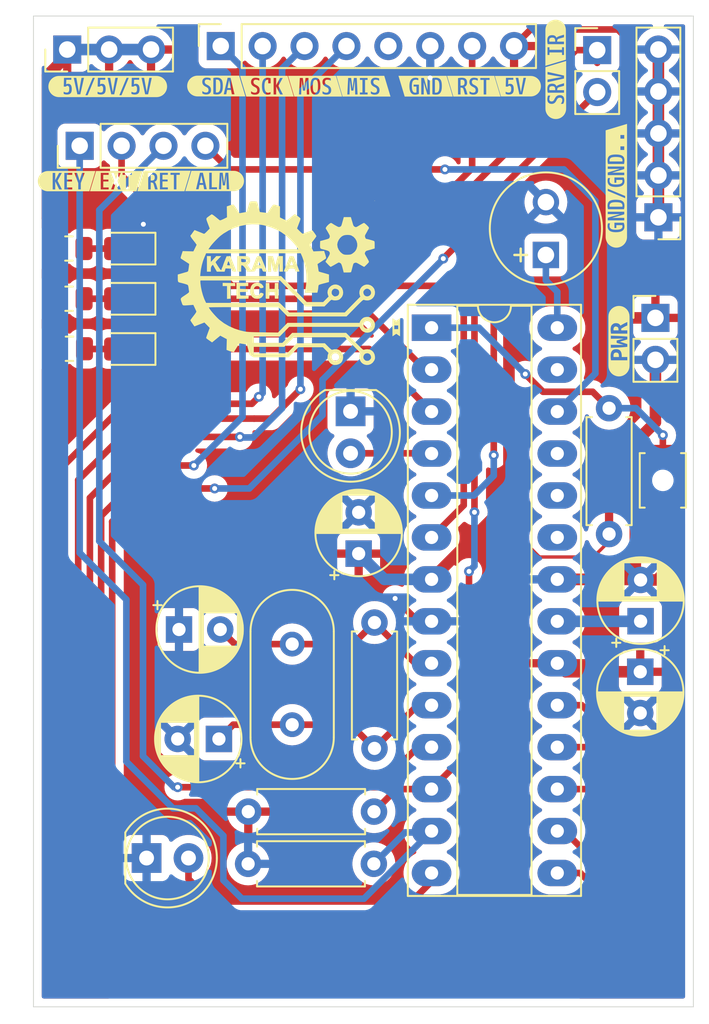
<source format=kicad_pcb>
(kicad_pcb (version 20240108) (generator "pcbnew") (generator_version "8.0")
  (layers (0 "F.Cu" signal) (31 "B.Cu" signal) (34 "B.Paste" user) (35 "F.Paste" user) (36 "B.SilkS" user "B.Silkscreen") (37 "F.SilkS" user "F.Silkscreen") (38 "B.Mask" user) (39 "F.Mask" user) (44 "Edge.Cuts" user))
  (net 0 "")
  (net 1 "KEY_PIN")
  (net 2 "Red_LED")
  (net 3 "RFID_MISO")
  (net 4 "/AREF")
  (net 5 "Net-(U1-XTAL1{slash}PB6)")
  (net 6 "LCK_EXTENDED")
  (net 7 "Net-(U1-XTAL2{slash}PB7)")
  (net 8 "BUZZER_PIN")
  (net 9 "IR_SENSOR")
  (net 10 "RFID_RST")
  (net 11 "/D1")
  (net 12 "5V")
  (net 13 "Net-(D3-A)")
  (net 14 "RFID_SCK")
  (net 15 "RFID_SDA(SS)")
  (net 16 "Green_LED")
  (net 17 "RFID_MOSI")
  (net 18 "EXT_ALARM")
  (net 19 "LCK_RETRACTED")
  (net 20 "Net-(D4-A)")
  (net 21 "SERVO_PIN")
  (net 22 "/D0")
  (net 23 "GND")
  (net 24 "Net-(D5-A)")
  (net 25 "/DTR")
  (net 26 "/A1")
  (net 28 "/A0")
  (net 29 "/A4")
  (net 30 "/A2")
  (footprint "kibuzzard-674B20BC" (layer "F.Cu") (at 165.06 53.96)
    (property "Reference" "kibuzzard-674B20BC" (hide yes))
    (property "Value" "G***" (hide yes))
  )
  (footprint "Resistor_SMD:R_0805_2012Metric" (layer "F.Cu") (at 162.22 64.11 180)
    (property "Reference" "R5" (hide yes))
    (property "Value" "1k")
    (pad "1" smd roundrect (at -0.9125 0 180) (size 1.025 1.4) (layers "F.Cu" "F.Paste" "F.Mask") (roundrect_rratio 0.243902) (net 13 "Net-(D3-A)"))
    (pad "2" smd roundrect (at 0.9125 0 180) (size 1.025 1.4) (layers "F.Cu" "F.Paste" "F.Mask") (roundrect_rratio 0.243902) (net 12 "5V"))
  )
  (footprint "Capacitor_THT:CP_Radial_D5.0mm_P2.50mm" (layer "F.Cu") (at 171.28 87.74 180)
    (property "Reference" "C4" (hide yes))
    (property "Value" "22pF")
    (pad "1" thru_hole rect (at 0 0 180) (size 1.6 1.6) (drill 0.8) (layers "*.Cu" "*.Mask") (net 7 "Net-(U1-XTAL2{slash}PB7)"))
    (pad "2" thru_hole circle (at 2.5 0 180) (size 1.6 1.6) (drill 0.8) (layers "*.Cu" "*.Mask") (net 23 "GND"))
  )
  (footprint "LOGO" (layer "F.Cu") (at 174.73 60.12)
    (property "Reference" "G***" (hide yes))
    (property "Value" "LOGO" (hide yes))
  )
  (footprint "LED_SMD:LED_0805_2012Metric" (layer "F.Cu") (at 165.7475 58.045 180)
    (property "Reference" "D5" (hide yes))
    (property "Value" "LED")
    (pad "1" smd roundrect (at -0.9375 0 180) (size 0.975 1.4) (layers "F.Cu" "F.Paste" "F.Mask") (net 23 "GND"))
    (pad "2" smd roundrect (at 0.9375 0 180) (size 0.975 1.4) (layers "F.Cu" "F.Paste" "F.Mask") (net 24 "Net-(D5-A)"))
  )
  (footprint "Capacitor_THT:CP_Radial_D5.0mm_P2.50mm" (layer "F.Cu") (at 168.86 81.11)
    (property "Reference" "C3" (hide yes))
    (property "Value" "22pF")
    (pad "1" thru_hole rect (at 0 0) (size 1.6 1.6) (drill 0.8) (layers "*.Cu" "*.Mask") (net 23 "GND"))
    (pad "2" thru_hole circle (at 2.5 0) (size 1.6 1.6) (drill 0.8) (layers "*.Cu" "*.Mask") (net 5 "Net-(U1-XTAL1{slash}PB6)"))
  )
  (footprint "LED_SMD:LED_0805_2012Metric" (layer "F.Cu") (at 165.7475 64.125 180)
    (property "Reference" "D3" (hide yes))
    (property "Value" "LED")
    (pad "1" smd roundrect (at -0.9375 0 180) (size 0.975 1.4) (layers "F.Cu" "F.Paste" "F.Mask") (net 11 "/D1"))
    (pad "2" smd roundrect (at 0.9375 0 180) (size 0.975 1.4) (layers "F.Cu" "F.Paste" "F.Mask") (net 13 "Net-(D3-A)"))
  )
  (footprint "LED_THT:LED_D5.0mm_Clear" (layer "F.Cu") (at 166.895 94.95)
    (property "Reference" "D1" (hide yes))
    (property "Value" "LED_G")
    (pad "1" thru_hole rect (at 0 0) (size 1.8 1.8) (drill 0.9) (layers "*.Cu" "*.Mask") (net 23 "GND"))
    (pad "2" thru_hole circle (at 2.54 0) (size 1.8 1.8) (drill 0.9) (layers "*.Cu" "*.Mask") (net 16 "Green_LED"))
  )
  (footprint "Connector_PinHeader_2.54mm:PinHeader_1x03_P2.54mm_Vertical" (layer "F.Cu") (at 162.085 45.99 90)
    (property "Reference" "J6" (hide yes))
    (property "Value" "5V")
    (pad "1" thru_hole rect (at 0 0 90) (size 1.7 1.7) (drill 1) (layers "*.Cu" "*.Mask") (net 12 "5V"))
    (pad "2" thru_hole oval (at 0 2.54 90) (size 1.7 1.7) (drill 1) (layers "*.Cu" "*.Mask") (net 12 "5V"))
    (pad "3" thru_hole oval (at 0 5.08 90) (size 1.7 1.7) (drill 1) (layers "*.Cu" "*.Mask") (net 12 "5V"))
  )
  (footprint "kibuzzard-674B218C" (layer "F.Cu") (at 191.7 48.44 90)
    (property "Reference" "kibuzzard-674B218C" (hide yes))
    (property "Value" "G***" (hide yes))
  )
  (footprint "Capacitor_THT:CP_Radial_D5.0mm_P2.50mm" (layer "F.Cu") (at 179.75 76.515112 90)
    (property "Reference" "C5" (hide yes))
    (property "Value" "100nF")
    (pad "1" thru_hole rect (at 0 0 90) (size 1.6 1.6) (drill 0.8) (layers "*.Cu" "*.Mask") (net 12 "5V"))
    (pad "2" thru_hole circle (at 2.5 0 90) (size 1.6 1.6) (drill 0.8) (layers "*.Cu" "*.Mask") (net 23 "GND"))
  )
  (footprint "kibuzzard-674B2007" (layer "F.Cu") (at 195.53 63.65 90)
    (property "Reference" "kibuzzard-674B2007" (hide yes))
    (property "Value" "G***" (hide yes))
  )
  (footprint "kibuzzard-674B2203" (layer "F.Cu") (at 191.69 45.58 90)
    (property "Reference" "kibuzzard-674B2203" (hide yes))
    (property "Value" "G***" (hide yes))
  )
  (footprint "kibuzzard-674B266F" (layer "F.Cu") (at 171.02 53.95)
    (property "Reference" "kibuzzard-674B266F" (hide yes))
    (property "Value" "G***" (hide yes))
  )
  (footprint "kibuzzard-674B2CD4" (layer "F.Cu") (at 195.37 54.24 90)
    (property "Reference" "kibuzzard-674B2CD4" (hide yes))
    (property "Value" "G***" (hide yes))
  )
  (footprint "Crystal:Crystal_HC49-4H_Vertical" (layer "F.Cu") (at 175.72 81.995 -90)
    (property "Reference" "Y1" (hide yes))
    (property "Value" "16 Mhz")
    (pad "1" thru_hole circle (at 0 0 270) (size 1.5 1.5) (drill 0.8) (layers "*.Cu" "*.Mask") (net 5 "Net-(U1-XTAL1{slash}PB6)"))
    (pad "2" thru_hole circle (at 4.88 0 270) (size 1.5 1.5) (drill 0.8) (layers "*.Cu" "*.Mask") (net 7 "Net-(U1-XTAL2{slash}PB7)"))
  )
  (footprint "Connector_PinHeader_2.54mm:PinHeader_1x05_P2.54mm_Vertical" (layer "F.Cu") (at 197.92 56.15 180)
    (property "Reference" "J5" (hide yes))
    (property "Value" "GND")
    (pad "1" thru_hole rect (at 0 0 180) (size 1.7 1.7) (drill 1) (layers "*.Cu" "*.Mask") (net 23 "GND"))
    (pad "2" thru_hole oval (at 0 2.54 180) (size 1.7 1.7) (drill 1) (layers "*.Cu" "*.Mask") (net 23 "GND"))
    (pad "3" thru_hole oval (at 0 5.08 180) (size 1.7 1.7) (drill 1) (layers "*.Cu" "*.Mask") (net 23 "GND"))
    (pad "4" thru_hole oval (at 0 7.62 180) (size 1.7 1.7) (drill 1) (layers "*.Cu" "*.Mask") (net 23 "GND"))
    (pad "5" thru_hole oval (at 0 10.16 180) (size 1.7 1.7) (drill 1) (layers "*.Cu" "*.Mask") (net 23 "GND"))
  )
  (footprint "Connector_PinHeader_2.54mm:PinHeader_1x02_P2.54mm_Vertical" (layer "F.Cu") (at 194.21 46.025)
    (property "Reference" "J3" (hide yes))
    (property "Value" "IR_SENSOR n SERVO")
    (pad "1" thru_hole rect (at 0 0) (size 1.7 1.7) (drill 1) (layers "*.Cu" "*.Mask") (net 9 "IR_SENSOR"))
    (pad "2" thru_hole oval (at 0 2.54) (size 1.7 1.7) (drill 1) (layers "*.Cu" "*.Mask") (net 21 "SERVO_PIN"))
  )
  (footprint "Connector_PinHeader_2.54mm:PinHeader_1x04_P2.54mm_Vertical" (layer "F.Cu") (at 162.84 51.82 90)
    (property "Reference" "J2" (hide yes))
    (property "Value" "Connections")
    (pad "1" thru_hole rect (at 0 0 90) (size 1.7 1.7) (drill 1) (layers "*.Cu" "*.Mask") (net 1 "KEY_PIN"))
    (pad "2" thru_hole oval (at 0 2.54 90) (size 1.7 1.7) (drill 1) (layers "*.Cu" "*.Mask") (net 6 "LCK_EXTENDED"))
    (pad "3" thru_hole oval (at 0 5.08 90) (size 1.7 1.7) (drill 1) (layers "*.Cu" "*.Mask") (net 19 "LCK_RETRACTED"))
    (pad "4" thru_hole oval (at 0 7.62 90) (size 1.7 1.7) (drill 1) (layers "*.Cu" "*.Mask") (net 18 "EXT_ALARM"))
  )
  (footprint "kibuzzard-674B41C3" (layer "F.Cu") (at 182.03 62.81 90)
    (property "Reference" "kibuzzard-674B41C3" (hide yes))
    (property "Value" "G***" (hide yes))
  )
  (footprint "kibuzzard-674B2F0D" (layer "F.Cu") (at 183.81 48.21)
    (property "Reference" "kibuzzard-674B2F0D" (hide yes))
    (property "Value" "G***" (hide yes))
  )
  (footprint "Resistor_SMD:R_0805_2012Metric" (layer "F.Cu") (at 162.1875 58.04)
    (property "Reference" "R7" (hide yes))
    (property "Value" "1k")
    (pad "1" smd roundrect (at -0.9125 0) (size 1.025 1.4) (layers "F.Cu" "F.Paste" "F.Mask") (roundrect_rratio 0.243902) (net 12 "5V"))
    (pad "2" smd roundrect (at 0.9125 0) (size 1.025 1.4) (layers "F.Cu" "F.Paste" "F.Mask") (roundrect_rratio 0.243902) (net 24 "Net-(D5-A)"))
  )
  (footprint "kibuzzard-674B2F1D" (layer "F.Cu") (at 186.73 48.21)
    (property "Reference" "kibuzzard-674B2F1D" (hide yes))
    (property "Value" "G***" (hide yes))
  )
  (footprint "Resistor_THT:R_Axial_DIN0207_L6.3mm_D2.5mm_P7.62mm_Horizontal" (layer "F.Cu") (at 180.67 95.3 180)
    (property "Reference" "R2" (hide yes))
    (property "Value" "10K")
    (pad "1" thru_hole circle (at 0 0 180) (size 1.6 1.6) (drill 0.8) (layers "*.Cu" "*.Mask") (net 1 "KEY_PIN"))
    (pad "2" thru_hole oval (at 7.62 0 180) (size 1.6 1.6) (drill 0.8) (layers "*.Cu" "*.Mask") (net 23 "GND"))
  )
  (footprint "kibuzzard-674B20CA" (layer "F.Cu") (at 167.95 53.95)
    (property "Reference" "kibuzzard-674B20CA" (hide yes))
    (property "Value" "G***" (hide yes))
  )
  (footprint "kibuzzard-674B2E7C" (layer "F.Cu") (at 171.12 48.2)
    (property "Reference" "kibuzzard-674B2E7C" (hide yes))
    (property "Value" "G***" (hide yes))
  )
  (footprint "Resistor_THT:R_Axial_DIN0207_L6.3mm_D2.5mm_P7.62mm_Horizontal" (layer "F.Cu") (at 180.68 92.14 180)
    (property "Reference" "R1" (hide yes))
    (property "Value" "10K")
    (pad "1" thru_hole circle (at 0 0 180) (size 1.6 1.6) (drill 0.8) (layers "*.Cu" "*.Mask") (net 9 "IR_SENSOR"))
    (pad "2" thru_hole oval (at 7.62 0 180) (size 1.6 1.6) (drill 0.8) (layers "*.Cu" "*.Mask") (net 12 "5V"))
  )
  (footprint "kibuzzard-674B267A" (layer "F.Cu") (at 162.05 53.96)
    (property "Reference" "kibuzzard-674B267A" (hide yes))
    (property "Value" "G***" (hide yes))
  )
  (footprint "Buzzer_Beeper:MagneticBuzzer_Kingstate_KCG0601" (layer "F.Cu") (at 191.1 58.43 90)
    (property "Reference" "BZ1" (hide yes))
    (property "Value" "Buzzer")
    (fp_text user "+" (at 0 -1.6 90) (layer "F.SilkS"))
    (pad "1" thru_hole rect (at 0 0 90) (size 1.6 1.6) (drill 1) (layers "*.Cu" "*.Mask") (net 8 "BUZZER_PIN"))
    (pad "2" thru_hole circle (at 3.2 0 90) (size 1.6 1.6) (drill 1) (layers "*.Cu" "*.Mask") (net 23 "GND"))
  )
  (footprint "Resistor_THT:R_Axial_DIN0207_L6.3mm_D2.5mm_P7.62mm_Horizontal" (layer "F.Cu") (at 180.71 80.69 -90)
    (property "Reference" "R3" (hide yes))
    (property "Value" "1M")
    (pad "1" thru_hole circle (at 0 0 270) (size 1.6 1.6) (drill 0.8) (layers "*.Cu" "*.Mask") (net 5 "Net-(U1-XTAL1{slash}PB6)"))
    (pad "2" thru_hole oval (at 7.62 0 270) (size 1.6 1.6) (drill 0.8) (layers "*.Cu" "*.Mask") (net 7 "Net-(U1-XTAL2{slash}PB7)"))
  )
  (footprint "Capacitor_THT:CP_Radial_D5.0mm_P2.50mm" (layer "F.Cu") (at 196.84 80.61 90)
    (property "Reference" "C1" (hide yes))
    (property "Value" "100nF")
    (pad "1" thru_hole rect (at 0 0 90) (size 1.6 1.6) (drill 0.8) (layers "*.Cu" "*.Mask") (net 4 "/AREF"))
    (pad "2" thru_hole circle (at 2.5 0 90) (size 1.6 1.6) (drill 0.8) (layers "*.Cu" "*.Mask") (net 23 "GND"))
  )
  (footprint "kibuzzard-674B2EE4" (layer "F.Cu") (at 177.11 48.21)
    (property "Reference" "kibuzzard-674B2EE4" (hide yes))
    (property "Value" "G***" (hide yes))
  )
  (footprint "LED_SMD:LED_0805_2012Metric" (layer "F.Cu") (at 165.7475 61.085 180)
    (property "Reference" "D4" (hide yes))
    (property "Value" "LED")
    (pad "1" smd roundrect (at -0.9375 0 180) (size 0.975 1.4) (layers "F.Cu" "F.Paste" "F.Mask") (net 22 "/D0"))
    (pad "2" smd roundrect (at 0.9375 0 180) (size 0.975 1.4) (layers "F.Cu" "F.Paste" "F.Mask") (net 20 "Net-(D4-A)"))
  )
  (footprint "Package_DIP:DIP-28_W7.62mm_Socket_LongPads" (layer "F.Cu") (at 184.17 62.835)
    (property "Reference" "U1" (hide yes))
    (property "Value" "ATmega328P-PU")
    (pad "1" thru_hole rect (at 0 0) (size 2.4 1.6) (drill 0.8) (layers "*.Cu" "*.Mask") (net 25 "/DTR"))
    (pad "2" thru_hole oval (at 0 2.54) (size 2.4 1.6) (drill 0.8) (layers "*.Cu" "*.Mask") (net 22 "/D0"))
    (pad "3" thru_hole oval (at 0 5.08) (size 2.4 1.6) (drill 0.8) (layers "*.Cu" "*.Mask") (net 11 "/D1"))
    (pad "4" thru_hole oval (at 0 7.62) (size 2.4 1.6) (drill 0.8) (layers "*.Cu" "*.Mask") (net 2 "Red_LED"))
    (pad "5" thru_hole oval (at 0 10.16) (size 2.4 1.6) (drill 0.8) (layers "*.Cu" "*.Mask") (net 21 "SERVO_PIN"))
    (pad "6" thru_hole oval (at 0 12.7) (size 2.4 1.6) (drill 0.8) (layers "*.Cu" "*.Mask") (net 6 "LCK_EXTENDED"))
    (pad "7" thru_hole oval (at 0 15.24) (size 2.4 1.6) (drill 0.8) (layers "*.Cu" "*.Mask") (net 12 "5V"))
    (pad "8" thru_hole oval (at 0 17.78) (size 2.4 1.6) (drill 0.8) (layers "*.Cu" "*.Mask") (net 23 "GND"))
    (pad "9" thru_hole oval (at 0 20.32) (size 2.4 1.6) (drill 0.8) (layers "*.Cu" "*.Mask") (net 5 "Net-(U1-XTAL1{slash}PB6)"))
    (pad "10" thru_hole oval (at 0 22.86) (size 2.4 1.6) (drill 0.8) (layers "*.Cu" "*.Mask") (net 7 "Net-(U1-XTAL2{slash}PB7)"))
    (pad "11" thru_hole oval (at 0 25.4) (size 2.4 1.6) (drill 0.8) (layers "*.Cu" "*.Mask") (net 19 "LCK_RETRACTED"))
    (pad "12" thru_hole oval (at 0 27.94) (size 2.4 1.6) (drill 0.8) (layers "*.Cu" "*.Mask") (net 9 "IR_SENSOR"))
    (pad "13" thru_hole oval (at 0 30.48) (size 2.4 1.6) (drill 0.8) (layers "*.Cu" "*.Mask") (net 1 "KEY_PIN"))
    (pad "14" thru_hole oval (at 0 33.02) (size 2.4 1.6) (drill 0.8) (layers "*.Cu" "*.Mask") (net 16 "Green_LED"))
    (pad "15" thru_hole oval (at 7.62 33.02) (size 2.4 1.6) (drill 0.8) (layers "*.Cu" "*.Mask") (net 10 "RFID_RST"))
    (pad "16" thru_hole oval (at 7.62 30.48) (size 2.4 1.6) (drill 0.8) (layers "*.Cu" "*.Mask") (net 15 "RFID_SDA(SS)"))
    (pad "17" thru_hole oval (at 7.62 27.94) (size 2.4 1.6) (drill 0.8) (layers "*.Cu" "*.Mask") (net 17 "RFID_MOSI"))
    (pad "18" thru_hole oval (at 7.62 25.4) (size 2.4 1.6) (drill 0.8) (layers "*.Cu" "*.Mask") (net 3 "RFID_MISO"))
    (pad "19" thru_hole oval (at 7.62 22.86) (size 2.4 1.6) (drill 0.8) (layers "*.Cu" "*.Mask") (net 14 "RFID_SCK"))
    (pad "20" thru_hole oval (at 7.62 20.32) (size 2.4 1.6) (drill 0.8) (layers "*.Cu" "*.Mask") (net 12 "5V"))
    (pad "21" thru_hole oval (at 7.62 17.78) (size 2.4 1.6) (drill 0.8) (layers "*.Cu" "*.Mask") (net 4 "/AREF"))
    (pad "22" thru_hole oval (at 7.62 15.24) (size 2.4 1.6) (drill 0.8) (layers "*.Cu" "*.Mask") (net 23 "GND"))
    (pad "23" thru_hole oval (at 7.62 12.7) (size 2.4 1.6) (drill 0.8) (layers "*.Cu" "*.Mask") (net 28 "/A0"))
    (pad "24" thru_hole oval (at 7.62 10.16) (size 2.4 1.6) (drill 0.8) (layers "*.Cu" "*.Mask") (net 26 "/A1"))
    (pad "25" thru_hole oval (at 7.62 7.62) (size 2.4 1.6) (drill 0.8) (layers "*.Cu" "*.Mask") (net 30 "/A2"))
    (pad "26" thru_hole oval (at 7.62 5.08) (size 2.4 1.6) (drill 0.8) (layers "*.Cu" "*.Mask") (net 18 "EXT_ALARM"))
    (pad "27" thru_hole oval (at 7.62 2.54) (size 2.4 1.6) (drill 0.8) (layers "*.Cu" "*.Mask") (net 29 "/A4"))
    (pad "28" thru_hole oval (at 7.62 0) (size 2.4 1.6) (drill 0.8) (layers "*.Cu" "*.Mask") (net 8 "BUZZER_PIN"))
  )
  (footprint "LED_THT:LED_D5.0mm" (layer "F.Cu") (at 179.26 67.9 -90)
    (property "Reference" "D2" (hide yes))
    (property "Value" "LED_R")
    (pad "1" thru_hole rect (at 0 0 270) (size 1.8 1.8) (drill 0.9) (layers "*.Cu" "*.Mask") (net 23 "GND"))
    (pad "2" thru_hole circle (at 2.54 0 270) (size 1.8 1.8) (drill 0.9) (layers "*.Cu" "*.Mask") (net 2 "Red_LED"))
  )
  (footprint "Resistor_SMD:R_0805_2012Metric" (layer "F.Cu") (at 162.1975 61.08)
    (property "Reference" "R6" (hide yes))
    (property "Value" "1k")
    (pad "1" smd roundrect (at -0.9125 0) (size 1.025 1.4) (layers "F.Cu" "F.Paste" "F.Mask") (roundrect_rratio 0.243902) (net 12 "5V"))
    (pad "2" smd roundrect (at 0.9125 0) (size 1.025 1.4) (layers "F.Cu" "F.Paste" "F.Mask") (roundrect_rratio 0.243902) (net 20 "Net-(D4-A)"))
  )
  (footprint "Connector_PinSocket_2.54mm:PinSocket_1x08_P2.54mm_Vertical" (layer "F.Cu") (at 171.39 45.78 90)
    (property "Reference" "J1" (hide yes))
    (property "Value" "RFID_Conn")
    (pad "1" thru_hole rect (at 0 0 90) (size 1.7 1.7) (drill 1) (layers "*.Cu" "*.Mask") (net 15 "RFID_SDA(SS)"))
    (pad "2" thru_hole oval (at 0 2.54 90) (size 1.7 1.7) (drill 1) (layers "*.Cu" "*.Mask") (net 14 "RFID_SCK"))
    (pad "3" thru_hole oval (at 0 5.08 90) (size 1.7 1.7) (drill 1) (layers "*.Cu" "*.Mask") (net 17 "RFID_MOSI"))
    (pad "4" thru_hole oval (at 0 7.62 90) (size 1.7 1.7) (drill 1) (layers "*.Cu" "*.Mask") (net 3 "RFID_MISO"))
    (pad "5" thru_hole oval (at 0 10.16 90) (size 1.7 1.7) (drill 1) (layers "*.Cu" "*.Mask"))
    (pad "6" thru_hole oval (at 0 12.7 90) (size 1.7 1.7) (drill 1) (layers "*.Cu" "*.Mask") (net 23 "GND"))
    (pad "7" thru_hole oval (at 0 15.24 90) (size 1.7 1.7) (drill 1) (layers "*.Cu" "*.Mask") (net 10 "RFID_RST"))
    (pad "8" thru_hole oval (at 0 17.78 90) (size 1.7 1.7) (drill 1) (layers "*.Cu" "*.Mask") (net 12 "5V"))
  )
  (footprint "kibuzzard-674B2E9A" (layer "F.Cu") (at 174.19 48.21)
    (property "Reference" "kibuzzard-674B2E9A" (hide yes))
    (property "Value" "G***" (hide yes))
  )
  (footprint "kibuzzard-674B2C7F" (layer "F.Cu") (at 164.54 48.23)
    (property "Reference" "kibuzzard-674B2C7F" (hide yes))
    (property "Value" "G***" (hide yes))
  )
  (footprint "Resistor_THT:R_Axial_DIN0207_L6.3mm_D2.5mm_P7.62mm_Horizontal" (layer "F.Cu") (at 194.93 67.71 -90)
    (property "Reference" "R4" (hide yes))
    (property "Value" "1K")
    (pad "1" thru_hole circle (at 0 0 270) (size 1.6 1.6) (drill 0.8) (layers "*.Cu" "*.Mask") (net 25 "/DTR"))
    (pad "2" thru_hole oval (at 7.62 0 270) (size 1.6 1.6) (drill 0.8) (layers "*.Cu" "*.Mask") (net 12 "5V"))
  )
  (footprint "Connector_PinHeader_2.54mm:PinHeader_1x02_P2.54mm_Vertical" (layer "F.Cu") (at 197.74 62.24)
    (property "Reference" "J7" (hide yes))
    (property "Value" "PWR")
    (pad "1" thru_hole rect (at 0 0) (size 1.7 1.7) (drill 1) (layers "*.Cu" "*.Mask") (net 12 "5V"))
    (pad "2" thru_hole oval (at 0 2.54) (size 1.7 1.7) (drill 1) (layers "*.Cu" "*.Mask") (net 23 "GND"))
  )
  (footprint "kibuzzard-674B2EF3" (layer "F.Cu") (at 180.04 48.21)
    (property "Reference" "kibuzzard-674B2EF3" (hide yes))
    (property "Value" "G***" (hide yes))
  )
  (footprint "Button_Switch_SMD:SW_SPST_B3U-1000P-B" (layer "F.Cu") (at 198.19 72.08 90)
    (property "Reference" "SW1" (hide yes))
    (property "Value" "SW_Push")
    (pad "" np_thru_hole circle (at 0 0 90) (size 0.8 0.8) (drill 0.8) (layers "*.Cu" "*.Mask"))
    (pad "1" smd rect (at -1.7 0 90) (size 0.9 1.7) (layers "F.Cu" "F.Paste" "F.Mask") (net 23 "GND"))
    (pad "2" smd rect (at 1.7 0 90) (size 0.9 1.7) (layers "F.Cu" "F.Paste" "F.Mask") (net 25 "/DTR"))
  )
  (footprint "Capacitor_THT:CP_Radial_D5.0mm_P2.50mm" (layer "F.Cu") (at 196.82 83.67 -90)
    (property "Reference" "C2" (hide yes))
    (property "Value" "100nF")
    (pad "1" thru_hole rect (at 0 0 270) (size 1.6 1.6) (drill 0.8) (layers "*.Cu" "*.Mask") (net 12 "5V"))
    (pad "2" thru_hole circle (at 2.5 0 270) (size 1.6 1.6) (drill 0.8) (layers "*.Cu" "*.Mask") (net 23 "GND"))
  )
  (footprint "kibuzzard-674B2F69" (layer "F.Cu") (at 189.4 48.21)
    (property "Reference" "kibuzzard-674B2F69" (hide yes))
    (property "Value" "G***" (hide yes))
  )
  (gr_line (start 160.04 43.96) (end 160.04 103.96) (stroke (width 0.05)) (layer "Edge.Cuts"))
  (gr_line (start 160.04 103.96) (end 200.04 103.96) (stroke (width 0.05)) (layer "Edge.Cuts"))
  (gr_line (start 200.04 103.96) (end 200.04 43.96) (stroke (width 0.05)) (layer "Edge.Cuts"))
  (gr_line (start 160.04 43.96) (end 200.04 43.96) (stroke (width 0.05)) (layer "Edge.Cuts"))
  (segment (start 165.67 79.3) (end 165.67 89.11) (width 0.4) (layer "B.Cu") (net 1))
  (segment (start 162.84 76.47) (end 165.67 79.3) (width 0.4) (layer "B.Cu") (net 1))
  (segment (start 171.55 96.29) (end 172.67 97.41) (width 0.4) (layer "B.Cu") (net 1))
  (segment (start 165.67 89.11) (end 168.5 91.94) (width 0.4) (layer "B.Cu") (net 1))
  (segment (start 171.55 93.6) (end 171.55 96.29) (width 0.4) (layer "B.Cu") (net 1))
  (segment (start 169.89 91.94) (end 171.55 93.6) (width 0.4) (layer "B.Cu") (net 1))
  (segment (start 172.67 97.41) (end 180.075 97.41) (width 0.4) (layer "B.Cu") (net 1))
  (segment (start 168.5 91.94) (end 169.89 91.94) (width 0.4) (layer "B.Cu") (net 1))
  (segment (start 182.56 93.4) (end 184.085 93.4) (width 0.4) (layer "B.Cu") (net 1))
  (segment (start 162.84 51.82) (end 162.84 76.47) (width 0.4) (layer "B.Cu") (net 1))
  (segment (start 180.075 97.41) (end 184.17 93.315) (width 0.4) (layer "B.Cu") (net 1))
  (segment (start 180.67 95.3) (end 182.56 93.41) (width 0.4) (layer "B.Cu") (net 1))
  (segment (start 184.085 93.4) (end 184.17 93.315) (width 0.4) (layer "B.Cu") (net 1))
  (segment (start 182.56 93.41) (end 182.56 93.4) (width 0.4) (layer "B.Cu") (net 1))
  (segment (start 184.155 70.44) (end 184.17 70.455) (width 0.4) (layer "F.Cu") (net 2))
  (segment (start 179.26 70.44) (end 184.155 70.44) (width 0.4) (layer "F.Cu") (net 2))
  (segment (start 166.47 68.34) (end 173.419338 68.34) (width 0.4) (layer "F.Cu") (net 3))
  (segment (start 165.55 102) (end 162.75 99.2) (width 0.4) (layer "F.Cu") (net 3))
  (segment (start 192.19 102) (end 165.55 102) (width 0.4) (layer "F.Cu") (net 3))
  (segment (start 195.93 98.26) (end 192.19 102) (width 0.4) (layer "F.Cu") (net 3))
  (segment (start 194.605 88.235) (end 195.93 89.56) (width 0.4) (layer "F.Cu") (net 3))
  (segment (start 195.93 89.56) (end 195.93 98.26) (width 0.4) (layer "F.Cu") (net 3))
  (segment (start 191.79 88.235) (end 194.605 88.235) (width 0.4) (layer "F.Cu") (net 3))
  (segment (start 174.44 68.34) (end 176.22 66.56) (width 0.4) (layer "F.Cu") (net 3))
  (segment (start 173.419338 68.34) (end 174.44 68.34) (width 0.4) (layer "F.Cu") (net 3))
  (segment (start 162.75 72.06) (end 166.47 68.34) (width 0.4) (layer "F.Cu") (net 3))
  (segment (start 162.75 99.2) (end 162.75 72.06) (width 0.4) (layer "F.Cu") (net 3))
  (via (at 176.22 66.56) (size 0.6) (drill 0.3) (layers "F.Cu" "B.Cu") (net 3))
  (segment (start 176.22 66.56) (end 176.22 48.57) (width 0.4) (layer "B.Cu") (net 3))
  (segment (start 176.22 48.57) (end 179.01 45.78) (width 0.4) (layer "B.Cu") (net 3))
  (segment (start 196.835 80.615) (end 196.84 80.61) (width 0.7) (layer "B.Cu") (net 4))
  (segment (start 191.79 80.615) (end 196.835 80.615) (width 0.7) (layer "B.Cu") (net 4))
  (segment (start 175.72 81.995) (end 179.405 81.995) (width 0.4) (layer "F.Cu") (net 5))
  (segment (start 175.72 81.995) (end 172.245 81.995) (width 0.4) (layer "F.Cu") (net 5))
  (segment (start 184.17 83.155) (end 183.175 83.155) (width 0.4) (layer "F.Cu") (net 5))
  (segment (start 172.245 81.995) (end 171.36 81.11) (width 0.4) (layer "F.Cu") (net 5))
  (segment (start 179.405 81.995) (end 180.71 80.69) (width 0.4) (layer "F.Cu") (net 5))
  (segment (start 183.175 83.155) (end 180.71 80.69) (width 0.4) (layer "F.Cu") (net 5))
  (segment (start 172.07 60.3) (end 185.28 60.3) (width 0.4) (layer "F.Cu") (net 6))
  (segment (start 165.38 51.82) (end 165.38 53.61) (width 0.4) (layer "F.Cu") (net 6))
  (segment (start 186.12 73.585) (end 184.17 75.535) (width 0.4) (layer "F.Cu") (net 6))
  (segment (start 165.38 53.61) (end 172.07 60.3) (width 0.4) (layer "F.Cu") (net 6))
  (segment (start 186.12 61.14) (end 186.12 73.585) (width 0.4) (layer "F.Cu") (net 6))
  (segment (start 185.28 60.3) (end 186.12 61.14) (width 0.4) (layer "F.Cu") (net 6))
  (segment (start 179.275 86.875) (end 180.71 88.31) (width 0.4) (layer "F.Cu") (net 7))
  (segment (start 184.17 85.695) (end 183.325 85.695) (width 0.4) (layer "F.Cu") (net 7))
  (segment (start 172.145 86.875) (end 171.28 87.74) (width 0.4) (layer "F.Cu") (net 7))
  (segment (start 175.72 86.875) (end 172.145 86.875) (width 0.4) (layer "F.Cu") (net 7))
  (segment (start 175.72 86.875) (end 179.275 86.875) (width 0.4) (layer "F.Cu") (net 7))
  (segment (start 183.325 85.695) (end 180.71 88.31) (width 0.4) (layer "F.Cu") (net 7))
  (segment (start 191.79 60.66) (end 191.79 62.835) (width 0.4) (layer "B.Cu") (net 8))
  (segment (start 191.1 58.43) (end 191.1 59.97) (width 0.4) (layer "B.Cu") (net 8))
  (segment (start 191.1 59.97) (end 191.79 60.66) (width 0.4) (layer "B.Cu") (net 8))
  (segment (start 186.44 88.505) (end 184.17 90.775) (width 0.4) (layer "F.Cu") (net 9))
  (segment (start 194.21 46.025) (end 192.925 46.025) (width 0.4) (layer "F.Cu") (net 9))
  (segment (start 192.1 48.84) (end 186.77 54.17) (width 0.4) (layer "F.Cu") (net 9))
  (segment (start 184.17 90.775) (end 182.045 90.775) (width 0.4) (layer "F.Cu") (net 9))
  (segment (start 192.925 46.025) (end 192.1 46.85) (width 0.4) (layer "F.Cu") (net 9))
  (segment (start 182.045 90.775) (end 180.68 92.14) (width 0.4) (layer "F.Cu") (net 9))
  (segment (start 186.44 77.59) (end 186.44 88.505) (width 0.4) (layer "F.Cu") (net 9))
  (segment (start 194.21 46.797233) (end 194.21 46.025) (width 0.4) (layer "F.Cu") (net 9))
  (segment (start 186.77 54.17) (end 186.77 74.01) (width 0.4) (layer "F.Cu") (net 9))
  (segment (start 192.1 46.85) (end 192.1 48.84) (width 0.4) (layer "F.Cu") (net 9))
  (via (at 186.77 74.01) (size 0.6) (drill 0.3) (layers "F.Cu" "B.Cu") (net 9))
  (via (at 186.44 77.59) (size 0.6) (drill 0.3) (layers "F.Cu" "B.Cu") (net 9))
  (segment (start 186.77 74.01) (end 186.77 77.26) (width 0.4) (layer "B.Cu") (net 9))
  (segment (start 186.42 77.57) (end 186.44 77.59) (width 0.4) (layer "B.Cu") (net 9))
  (segment (start 186.77 77.26) (end 186.44 77.59) (width 0.4) (layer "B.Cu") (net 9))
  (segment (start 191.79 95.855) (end 193.185 95.855) (width 0.4) (layer "F.Cu") (net 10))
  (segment (start 193.79 97.31) (end 193.34 97.76) (width 0.4) (layer "F.Cu") (net 10))
  (segment (start 164.81 97.65) (end 164.81 74.58575) (width 0.4) (layer "F.Cu") (net 10))
  (segment (start 165.91 73.48) (end 166.82 72.57) (width 0.4) (layer "F.Cu") (net 10))
  (segment (start 190.32 99.94) (end 166.51 99.94) (width 0.4) (layer "F.Cu") (net 10))
  (segment (start 186.63 53.18) (end 185.75 54.06) (width 0.4) (layer "F.Cu") (net 10))
  (segment (start 191.16 99.94) (end 190.32 99.94) (width 0.4) (layer "F.Cu") (net 10))
  (segment (start 193.79 96.46) (end 193.79 97.15) (width 0.4) (layer "F.Cu") (net 10))
  (segment (start 164.81 98.24) (end 164.81 97.65) (width 0.4) (layer "F.Cu") (net 10))
  (segment (start 193.79 97.15) (end 193.79 97.31) (width 0.4) (layer "F.Cu") (net 10))
  (segment (start 186.63 45.78) (end 186.63 53.18) (width 0.4) (layer "F.Cu") (net 10))
  (segment (start 166.51 99.94) (end 165.99 99.42) (width 0.4) (layer "F.Cu") (net 10))
  (segment (start 193.75 96.42) (end 193.79 96.46) (width 0.4) (layer "F.Cu") (net 10))
  (segment (start 166.82 72.57) (end 171.02 72.57) (width 0.4) (layer "F.Cu") (net 10))
  (segment (start 185.75 54.06) (end 185.75 57.78) (width 0.4) (layer "F.Cu") (net 10))
  (segment (start 193.34 97.76) (end 191.16 99.94) (width 0.4) (layer "F.Cu") (net 10))
  (segment (start 164.81 74.58575) (end 164.81 74.58) (width 0.4) (layer "F.Cu") (net 10))
  (segment (start 193.185 95.855) (end 193.75 96.42) (width 0.4) (layer "F.Cu") (net 10))
  (segment (start 165.99 99.42) (end 164.81 98.24) (width 0.4) (layer "F.Cu") (net 10))
  (segment (start 185.75 57.78) (end 184.88 58.65) (width 0.4) (layer "F.Cu") (net 10))
  (segment (start 164.81 74.58) (end 165.91 73.48) (width 0.4) (layer "F.Cu") (net 10))
  (via (at 184.88 58.65) (size 0.6) (drill 0.3) (layers "F.Cu" "B.Cu") (net 10))
  (via (at 171.02 72.57) (size 0.6) (drill 0.3) (layers "F.Cu" "B.Cu") (net 10))
  (segment (start 184.565 58.985) (end 177.56 65.99) (width 0.4) (layer "B.Cu") (net 10))
  (segment (start 184.8 58.75) (end 184.565 58.985) (width 0.4) (layer "B.Cu") (net 10))
  (segment (start 173.118528 72.57) (end 171.02 72.57) (width 0.4) (layer "B.Cu") (net 10))
  (segment (start 177.56 68.128528) (end 173.118528 72.57) (width 0.4) (layer "B.Cu") (net 10))
  (segment (start 177.56 65.99) (end 177.56 68.128528) (width 0.4) (layer "B.Cu") (net 10))
  (segment (start 184.17 67.915) (end 180.38 64.125) (width 0.4) (layer "F.Cu") (net 11))
  (segment (start 180.38 64.125) (end 166.685 64.125) (width 0.4) (layer "F.Cu") (net 11))
  (segment (start 194.5 60.9) (end 189.88 60.9) (width 0.7) (layer "F.Cu") (net 12))
  (segment (start 188.86 73.385) (end 189.91 74.435) (width 0.2) (layer "F.Cu") (net 12))
  (segment (start 194.93 75.77) (end 194.93 75.33) (width 0.2) (layer "F.Cu") (net 12))
  (segment (start 188.86 61.92) (end 188.86 73.385) (width 0.7) (layer "F.Cu") (net 12))
  (segment (start 190.175 44.775) (end 195.46 44.775) (width 0.4) (layer "F.Cu") (net 12))
  (segment (start 161.3075 56.6275) (end 161.3075 64.11) (width 0.7) (layer "F.Cu") (net 12))
  (segment (start 189.91 74.435) (end 189.91 75.92) (width 0.2) (layer "F.Cu") (net 12))
  (segment (start 162.085 46.355) (end 160.89 47.55) (width 0.7) (layer "F.Cu") (net 12))
  (segment (start 160.89 47.55) (end 160.89 56.21) (width 0.7) (layer "F.Cu") (net 12))
  (segment (start 190.71 76.72) (end 193.98 76.72) (width 0.2) (layer "F.Cu") (net 12))
  (segment (start 195.46 44.775) (end 196.14 45.455) (width 0.4) (layer "F.Cu") (net 12))
  (segment (start 193.98 76.72) (end 194.93 75.77) (width 0.2) (layer "F.Cu") (net 12))
  (segment (start 197.74 62.24) (end 195.84 62.24) (width 0.7) (layer "F.Cu") (net 12))
  (segment (start 189.17 45.78) (end 190.175 44.775) (width 0.4) (layer "F.Cu") (net 12))
  (segment (start 196.82 83.67) (end 192.305 83.67) (width 0.7) (layer "F.Cu") (net 12))
  (segment (start 195.84 62.24) (end 194.5 60.9) (width 0.7) (layer "F.Cu") (net 12))
  (segment (start 189.91 75.92) (end 190.71 76.72) (width 0.2) (layer "F.Cu") (net 12))
  (segment (start 192.305 83.67) (end 191.79 83.155) (width 0.7) (layer "F.Cu") (net 12))
  (segment (start 162.085 45.99) (end 162.085 46.355) (width 0.7) (layer "F.Cu") (net 12))
  (segment (start 188.86 73.385) (end 184.17 78.075) (width 0.7) (layer "F.Cu") (net 12))
  (segment (start 196.14 45.455) (end 196.14 59.26) (width 0.4) (layer "F.Cu") (net 12))
  (segment (start 189.88 60.9) (end 188.86 61.92) (width 0.7) (layer "F.Cu") (net 12))
  (segment (start 196.14 59.26) (end 194.5 60.9) (width 0.4) (layer "F.Cu") (net 12))
  (segment (start 160.89 56.21) (end 161.3075 56.6275) (width 0.7) (layer "F.Cu") (net 12))
  (segment (start 162.085 45.99) (end 167.165 45.99) (width 0.7) (layer "B.Cu") (net 12))
  (segment (start 181.309888 78.075) (end 179.75 76.515112) (width 0.7) (layer "B.Cu") (net 12))
  (segment (start 184.17 78.075) (end 181.309888 78.075) (width 0.7) (layer "B.Cu") (net 12))
  (segment (start 163.1475 64.125) (end 163.1325 64.11) (width 0.4) (layer "F.Cu") (net 13))
  (segment (start 164.81 64.125) (end 163.1475 64.125) (width 0.4) (layer "F.Cu") (net 13))
  (segment (start 193.275 85.695) (end 196.8 89.22) (width 0.4) (layer "F.Cu") (net 14))
  (segment (start 173.28 67.44) (end 173.7 67.02) (width 0.4) (layer "F.Cu") (net 14))
  (segment (start 161.94 99.54) (end 161.94 71.11) (width 0.4) (layer "F.Cu") (net 14))
  (segment (start 196.8 89.22) (end 196.8 98.54) (width 0.4) (layer "F.Cu") (net 14))
  (segment (start 165.13 102.73) (end 161.94 99.54) (width 0.4) (layer "F.Cu") (net 14))
  (segment (start 191.79 85.695) (end 193.275 85.695) (width 0.4) (layer "F.Cu") (net 14))
  (segment (start 161.94 71.11) (end 165.61 67.44) (width 0.4) (layer "F.Cu") (net 14))
  (segment (start 165.61 67.44) (end 173.28 67.44) (width 0.4) (layer "F.Cu") (net 14))
  (segment (start 192.61 102.73) (end 165.13 102.73) (width 0.4) (layer "F.Cu") (net 14))
  (segment (start 196.8 98.54) (end 192.61 102.73) (width 0.4) (layer "F.Cu") (net 14))
  (via (at 173.7 67.02) (size 0.6) (drill 0.3) (layers "F.Cu" "B.Cu") (net 14))
  (segment (start 173.93 66.79) (end 173.93 45.78) (width 0.4) (layer "B.Cu") (net 14))
  (segment (start 173.7 67.02) (end 173.93 66.79) (width 0.4) (layer "B.Cu") (net 14))
  (segment (start 164.14 74.23) (end 167.19 71.18) (width 0.4) (layer "F.Cu") (net 15))
  (segment (start 194.47 95.56) (end 194.47 97.58) (width 0.4) (layer "F.Cu") (net 15))
  (segment (start 191.45 100.6) (end 166.22 100.6) (width 0.4) (layer "F.Cu") (net 15))
  (segment (start 194.47 97.58) (end 191.45 100.6) (width 0.4) (layer "F.Cu") (net 15))
  (segment (start 191.79 93.315) (end 192.225 93.315) (width 0.4) (layer "F.Cu") (net 15))
  (segment (start 166.22 100.6) (end 164.14 98.52) (width 0.4) (layer "F.Cu") (net 15))
  (segment (start 192.225 93.315) (end 194.47 95.56) (width 0.4) (layer "F.Cu") (net 15))
  (segment (start 167.19 71.18) (end 169.76 71.18) (width 0.4) (layer "F.Cu") (net 15))
  (segment (start 164.14 98.52) (end 164.14 74.23) (width 0.4) (layer "F.Cu") (net 15))
  (via (at 169.76 71.18) (size 0.6) (drill 0.3) (layers "F.Cu" "B.Cu") (net 15))
  (segment (start 169.76 71.18) (end 172.71 68.23) (width 0.4) (layer "B.Cu") (net 15))
  (segment (start 172.71 47.1) (end 171.39 45.78) (width 0.4) (layer "B.Cu") (net 15))
  (segment (start 172.71 68.23) (end 172.71 47.1) (width 0.4) (layer "B.Cu") (net 15))
  (segment (start 182.06 98.48) (end 171.7 98.48) (width 0.4) (layer "F.Cu") (net 16))
  (segment (start 184.17 96.37) (end 182.06 98.48) (width 0.4) (layer "F.Cu") (net 16))
  (segment (start 171.7 98.48) (end 169.435 96.215) (width 0.4) (layer "F.Cu") (net 16))
  (segment (start 184.17 95.855) (end 184.17 96.37) (width 0.4) (layer "F.Cu") (net 16))
  (segment (start 169.435 96.215) (end 169.435 94.95) (width 0.4) (layer "F.Cu") (net 16))
  (segment (start 191.82 101.28) (end 165.87 101.28) (width 0.4) (layer "F.Cu") (net 17))
  (segment (start 195.19 97.91) (end 191.82 101.28) (width 0.4) (layer "F.Cu") (net 17))
  (segment (start 165.87 101.28) (end 163.46 98.87) (width 0.4) (layer "F.Cu") (net 17))
  (segment (start 193.915 90.775) (end 195.22 92.08) (width 0.4) (layer "F.Cu") (net 17))
  (segment (start 163.46 98.87) (end 163.46 73.14) (width 0.4) (layer "F.Cu") (net 17))
  (segment (start 163.46 73.14) (end 167.150836 69.449164) (width 0.4) (layer "F.Cu") (net 17))
  (segment (start 191.79 90.775) (end 193.915 90.775) (width 0.4) (layer "F.Cu") (net 17))
  (segment (start 195.22 92.08) (end 195.21 92.09) (width 0.4) (layer "F.Cu") (net 17))
  (segment (start 167.150836 69.449164) (end 172.551497 69.449164) (width 0.4) (layer "F.Cu") (net 17))
  (segment (start 195.21 92.09) (end 195.21 97.91) (width 0.4) (layer "F.Cu") (net 17))
  (segment (start 195.21 97.91) (end 195.19 97.91) (width 0.4) (layer "F.Cu") (net 17))
  (via (at 172.551497 69.449164) (size 0.6) (drill 0.3) (layers "F.Cu" "B.Cu") (net 17))
  (segment (start 175.11 67.71) (end 175.11 47.14) (width 0.4) (layer "B.Cu") (net 17))
  (segment (start 172.582333 69.48) (end 173.34 69.48) (width 0.4) (layer "B.Cu") (net 17))
  (segment (start 173.34 69.48) (end 175.11 67.71) (width 0.4) (layer "B.Cu") (net 17))
  (segment (start 172.551497 69.449164) (end 172.582333 69.48) (width 0.4) (layer "B.Cu") (net 17))
  (segment (start 175.11 47.14) (end 176.47 45.78) (width 0.4) (layer "B.Cu") (net 17))
  (segment (start 171.89 53.25) (end 184.98 53.25) (width 0.4) (layer "F.Cu") (net 18))
  (segment (start 170.46 51.82) (end 171.89 53.25) (width 0.4) (layer "F.Cu") (net 18))
  (via (at 184.98 53.25) (size 0.6) (drill 0.3) (layers "F.Cu" "B.Cu") (net 18))
  (segment (start 194.1 65.605) (end 191.79 67.915) (width 0.4) (layer "B.Cu") (net 18))
  (segment (start 184.98 53.25) (end 192.19 53.25) (width 0.4) (layer "B.Cu") (net 18))
  (segment (start 194.1 55.16) (end 194.1 65.605) (width 0.4) (layer "B.Cu") (net 18))
  (segment (start 192.19 53.25) (end 194.1 55.16) (width 0.4) (layer "B.Cu") (net 18))
  (segment (start 183.51 88.461472) (end 183.736472 88.235) (width 0.4) (layer "F.Cu") (net 19))
  (segment (start 183.736472 88.235) (end 184.17 88.235) (width 0.4) (layer "F.Cu") (net 19))
  (segment (start 180.91 90.66) (end 183.1 88.47) (width 0.4) (layer "F.Cu") (net 19))
  (segment (start 168.78 90.66) (end 180.91 90.66) (width 0.4) (layer "F.Cu") (net 19))
  (segment (start 183.51 88.47) (end 183.51 88.461472) (width 0.4) (layer "F.Cu") (net 19))
  (segment (start 183.1 88.47) (end 183.51 88.47) (width 0.4) (layer "F.Cu") (net 19))
  (via (at 168.78 90.66) (size 0.6) (drill 0.3) (layers "F.Cu" "B.Cu") (net 19))
  (segment (start 168.56 90.66) (end 166.68 88.78) (width 0.4) (layer "B.Cu") (net 19))
  (segment (start 164.03 75.76) (end 164.03 55.71) (width 0.4) (layer "B.Cu") (net 19))
  (segment (start 168.78 90.66) (end 168.56 90.66) (width 0.4) (layer "B.Cu") (net 19))
  (segment (start 166.68 78.41) (end 164.03 75.76) (width 0.4) (layer "B.Cu") (net 19))
  (segment (start 166.68 88.78) (end 166.68 78.41) (width 0.4) (layer "B.Cu") (net 19))
  (segment (start 164.03 55.71) (end 167.92 51.82) (width 0.4) (layer "B.Cu") (net 19))
  (segment (start 164.805 61.08) (end 164.81 61.085) (width 0.4) (layer "F.Cu") (net 20))
  (segment (start 163.11 61.08) (end 164.805 61.08) (width 0.4) (layer "F.Cu") (net 20))
  (segment (start 187.94 70.56) (end 187.94 54.835) (width 0.4) (layer "F.Cu") (net 21))
  (segment (start 187.94 54.835) (end 194.21 48.565) (width 0.4) (layer "F.Cu") (net 21))
  (via (at 187.94 70.56) (size 0.6) (drill 0.3) (layers "F.Cu" "B.Cu") (net 21))
  (segment (start 187.94 70.56) (end 187.94 71.79) (width 0.4) (layer "B.Cu") (net 21))
  (segment (start 186.735 72.995) (end 184.17 72.995) (width 0.4) (layer "B.Cu") (net 21))
  (segment (start 187.94 71.79) (end 186.735 72.995) (width 0.4) (layer "B.Cu") (net 21))
  (segment (start 166.685 61.085) (end 179.48 61.085) (width 0.4) (layer "F.Cu") (net 22))
  (segment (start 179.48 61.085) (end 183.77 65.375) (width 0.4) (layer "F.Cu") (net 22))
  (segment (start 183.77 65.375) (end 184.17 65.375) (width 0.4) (layer "F.Cu") (net 22))
  (segment (start 196.52 76.11) (end 196.52 69.78) (width 0.7) (layer "F.Cu") (net 23))
  (segment (start 195.95 76.68) (end 196.52 76.11) (width 0.7) (layer "F.Cu") (net 23))
  (segment (start 183.345 80.615) (end 181.96 79.23) (width 0.4) (layer "F.Cu") (net 23))
  (segment (start 196.52 77.79) (end 196.84 78.11) (width 0.7) (layer "F.Cu") (net 23))
  (segment (start 184.09 45.78) (end 184.09 47.7) (width 0.4) (layer "F.Cu") (net 23))
  (segment (start 195.51 77.12) (end 195.95 76.68) (width 0.7) (layer "F.Cu") (net 23))
  (segment (start 196.52 77.065) (end 196.52 77.79) (width 0.7) (layer "F.Cu") (net 23))
  (segment (start 184.17 80.615) (end 183.345 80.615) (width 0.4) (layer "F.Cu") (net 23))
  (segment (start 195.51 78.075) (end 196.805 78.075) (width 0.7) (layer "F.Cu") (net 23))
  (segment (start 197.84 78.11) (end 196.84 78.11) (width 0.7) (layer "F.Cu") (net 23))
  (segment (start 196.52 77.065) (end 195.51 78.075) (width 0.7) (layer "F.Cu") (net 23))
  (segment (start 196.52 76.11) (end 196.52 77.065) (width 0.7) (layer "F.Cu") (net 23))
  (segment (start 191.79 78.075) (end 196.805 78.075) (width 0.7) (layer "F.Cu") (net 23))
  (segment (start 166.685 58.045) (end 166.685 56.585) (width 0.4) (layer "F.Cu") (net 23))
  (segment (start 196.52 69.78) (end 197.74 68.56) (width 0.7) (layer "F.Cu") (net 23))
  (segment (start 194.555 78.075) (end 195.95 76.68) (width 0.7) (layer "F.Cu") (net 23))
  (segment (start 195.51 78.075) (end 195.51 77.12) (width 0.7) (layer "F.Cu") (net 23))
  (segment (start 166.685 56.585) (end 166.7 56.57) (width 0.4) (layer "F.Cu") (net 23))
  (segment (start 198.19 73.78) (end 198.19 77.76) (width 0.7) (layer "F.Cu") (net 23))
  (segment (start 197.74 68.56) (end 197.74 64.78) (width 0.7) (layer "F.Cu") (net 23))
  (segment (start 198.19 77.76) (end 197.84 78.11) (width 0.7) (layer "F.Cu") (net 23))
  (segment (start 197.92 45.99) (end 197.92 56.15) (width 0.7) (layer "F.Cu") (net 23))
  (segment (start 191.79 78.075) (end 194.555 78.075) (width 0.7) (layer "F.Cu") (net 23))
  (segment (start 184.09 47.7) (end 184.08 47.71) (width 0.4) (layer "F.Cu") (net 23))
  (segment (start 196.805 78.075) (end 196.84 78.11) (width 0.7) (layer "F.Cu") (net 23))
  (via (at 166.7 56.57) (size 0.6) (drill 0.3) (layers "F.Cu" "B.Cu") (net 23))
  (via (at 184.08 47.71) (size 0.6) (drill 0.3) (layers "F.Cu" "B.Cu") (net 23))
  (via (at 181.96 79.23) (size 0.6) (drill 0.3) (layers "F.Cu" "B.Cu") (net 23))
  (segment (start 164.81 58.045) (end 163.105 58.045) (width 0.4) (layer "F.Cu") (net 24))
  (segment (start 163.105 58.045) (end 163.1 58.04) (width 0.4) (layer "F.Cu") (net 24))
  (segment (start 190.925 66.715) (end 189.85 65.64) (width 0.4) (layer "F.Cu") (net 25))
  (segment (start 194.93 67.71) (end 193.935 66.715) (width 0.4) (layer "F.Cu") (net 25))
  (segment (start 198.19 70.38) (end 197.6 70.38) (width 0.4) (layer "F.Cu") (net 25))
  (segment (start 193.935 66.715) (end 190.925 66.715) (width 0.4) (layer "F.Cu") (net 25))
  (segment (start 198.19 70.38) (end 198.19 69.34) (width 0.4) (layer "F.Cu") (net 25))
  (via (at 198.19 69.34) (size 0.6) (drill 0.3) (layers "F.Cu" "B.Cu") (net 25))
  (via (at 189.85 65.64) (size 0.6) (drill 0.3) (layers "F.Cu" "B.Cu") (net 25))
  (segment (start 189.85 65.64) (end 187.045 62.835) (width 0.4) (layer "B.Cu") (net 25))
  (segment (start 196.56 67.71) (end 194.93 67.71) (width 0.4) (layer "B.Cu") (net 25))
  (segment (start 187.045 62.835) (end 184.17 62.835) (width 0.4) (layer "B.Cu") (net 25))
  (segment (start 198.19 69.34) (end 196.56 67.71) (width 0.4) (layer "B.Cu") (net 25))
  (zone (net 12) (net_name "5V") (layer "F.Cu") (priority 1) (connect_pads (clearance 0.5)) (min_thickness 0.25) (fill yes (thermal_gap 0.5) (thermal_bridge_width 0.5))
    (polygon (pts (xy 158.86 42.99) (xy 201 43) (xy 201 105) (xy 158.01 105)))
  )
  (zone (net 23) (net_name "GND") (layer "B.Cu") (connect_pads (clearance 0.5)) (min_thickness 0.25) (fill yes (thermal_gap 0.5) (thermal_bridge_width 0.5))
    (polygon (pts (xy 159 43.01) (xy 159 105) (xy 201 105) (xy 201 43)))
  )
)
</source>
